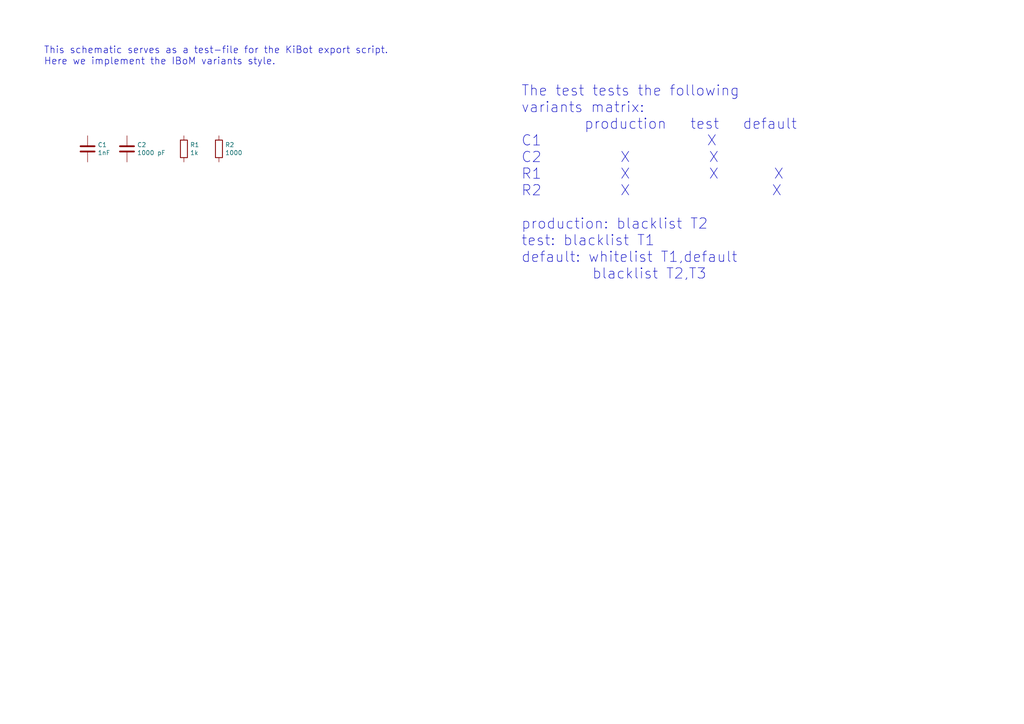
<source format=kicad_sch>
(kicad_sch (version 20230121) (generator eeschema)
  (paper "A4")
  (title_block (title "KiBom Test Schematic") (date "2020-03-12") (rev "A") (company "https://github.com/SchrodingersGat/KiBom"))
  (lib_symbols
    (symbol "Device:C" (pin_numbers hide) (pin_names (offset 0.254))
      (property "Reference" "C" (at 0.635 2.54 0))
      (property "Value" "C" (at 0.635 -2.54 0))
      (symbol "C_0_1"
        (polyline (pts (xy -2.032 -0.762) (xy 2.032 -0.762)) (stroke (width 0.508)))
        (polyline (pts (xy -2.032 0.762) (xy 2.032 0.762)) (stroke (width 0.508)))
      )
      (symbol "C_1_1"
        (pin passive line (at 0 3.81 270) (length 2.794) (name "~") (number "1"))
        (pin passive line (at 0 -3.81 90) (length 2.794) (name "~") (number "2"))
      )
    )
    (symbol "Device:R" (pin_numbers hide) (pin_names (offset 0))
      (property "Reference" "R" (at 2.032 0 90))
      (property "Value" "R" (at 0 0 90))
      (symbol "R_0_1"
        (rectangle (start -1.016 -2.54) (end 1.016 2.54) (stroke (width 0.254)))
      )
      (symbol "R_1_1"
        (pin passive line (at 0 3.81 270) (length 1.27) (name "~") (number "1"))
        (pin passive line (at 0 -3.81 90) (length 1.27) (name "~") (number "2"))
      )
    )
  )
  (text "This schematic serves as a test-file for the KiBot export script.\nHere we implement the IBoM variants style." (at 12.7 19.05 0) (effects (font (size 2.0066 2.0066)) (justify left bottom)))
  (text "The test tests the following \nvariants matrix:\n        production   test   default\nC1                     X\nC2          X          X\nR1          X          X       X\nR2          X                  X\n\nproduction: blacklist T2\ntest: blacklist T1\ndefault: whitelist T1,default \n         blacklist T2,T3" (at 151.13 81.28 0) (effects (font (size 2.9972 2.9972)) (justify left bottom)))
  (symbol (lib_id "Device:C") (at 25.4 43.18 0) (unit 1)
    (property "Reference" "C1" (at 28.321 42.0116 0) (effects (justify left)))
    (property "Value" "1nF" (at 28.321 44.323 0) (effects (justify left)))
    (property "Footprint" "Capacitor_SMD:C_0805_2012Metric" (effects hide))
    (property "Config" "T2" (effects hide))
  )
  (symbol (lib_id "Device:C") (at 36.83 43.18 0) (unit 1)
    (property "Reference" "C2" (at 39.751 42.0116 0) (effects (justify left)))
    (property "Value" "1000 pF" (at 39.751 44.323 0) (effects (justify left)))
    (property "Footprint" "Capacitor_SMD:C_0805_2012Metric" (effects hide))
    (property "Config" "T3" (effects hide))
  )
  (symbol (lib_id "Device:R") (at 53.34 43.18 0) (unit 1)
    (property "Reference" "R1" (at 55.118 42.0116 0) (effects (justify left)))
    (property "Value" "1k" (at 55.118 44.323 0) (effects (justify left)))
    (property "Footprint" "Resistor_SMD:R_0805_2012Metric" (effects hide))
    (property "Config" "default" (effects hide))
  )
  (symbol (lib_id "Device:R") (at 63.5 43.18 0) (unit 1)
    (property "Reference" "R2" (at 65.278 42.0116 0) (effects (justify left)))
    (property "Value" "1000" (at 65.278 44.323 0) (effects (justify left)))
    (property "Footprint" "Resistor_SMD:R_0805_2012Metric" (effects hide))
    (property "Config" "T1" (effects hide))
  )
)
</source>
